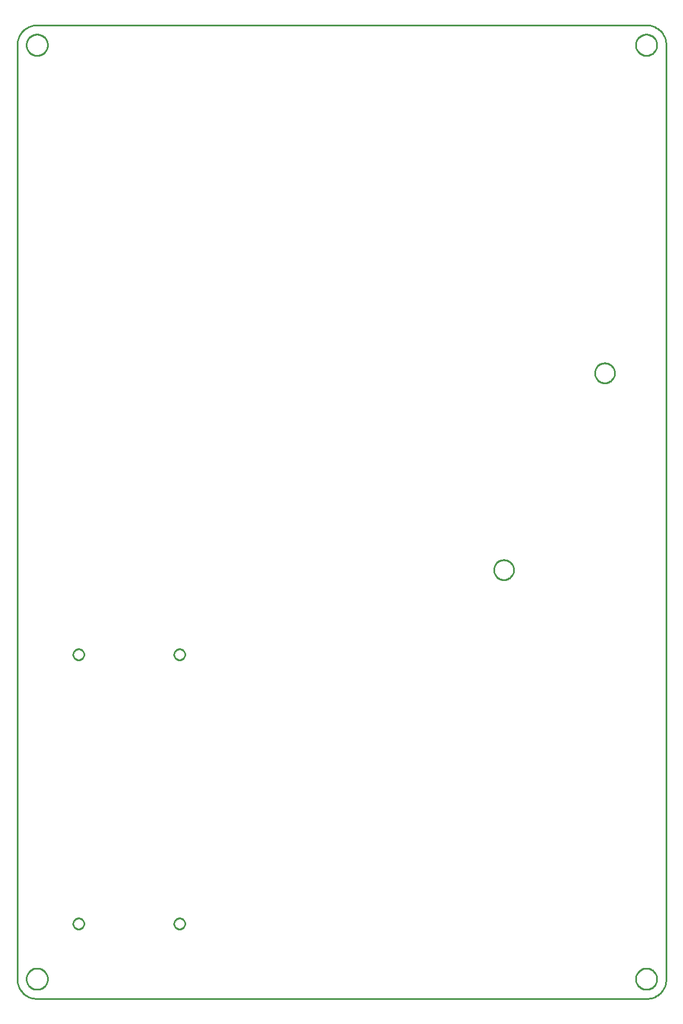
<source format=gbr>
G04 EAGLE Gerber RS-274X export*
G75*
%MOMM*%
%FSLAX34Y34*%
%LPD*%
%IN*%
%IPPOS*%
%AMOC8*
5,1,8,0,0,1.08239X$1,22.5*%
G01*
%ADD10C,0.254000*%


D10*
X0Y30000D02*
X114Y27385D01*
X456Y24791D01*
X1022Y22235D01*
X1809Y19739D01*
X2811Y17321D01*
X4019Y15000D01*
X5425Y12793D01*
X7019Y10716D01*
X8787Y8787D01*
X10716Y7019D01*
X12793Y5425D01*
X15000Y4019D01*
X17321Y2811D01*
X19739Y1809D01*
X22235Y1022D01*
X24791Y456D01*
X27385Y114D01*
X30000Y0D01*
X950000Y0D01*
X952615Y114D01*
X955209Y456D01*
X957765Y1022D01*
X960261Y1809D01*
X962679Y2811D01*
X965000Y4019D01*
X967207Y5425D01*
X969284Y7019D01*
X971213Y8787D01*
X972981Y10716D01*
X974575Y12793D01*
X975981Y15000D01*
X977189Y17321D01*
X978191Y19739D01*
X978978Y22235D01*
X979544Y24791D01*
X979886Y27385D01*
X980000Y30000D01*
X980000Y1440000D01*
X979886Y1442615D01*
X979544Y1445209D01*
X978978Y1447765D01*
X978191Y1450261D01*
X977189Y1452679D01*
X975981Y1455000D01*
X974575Y1457207D01*
X972981Y1459284D01*
X971213Y1461213D01*
X969284Y1462981D01*
X967207Y1464575D01*
X965000Y1465981D01*
X962679Y1467189D01*
X960261Y1468191D01*
X957765Y1468978D01*
X955209Y1469544D01*
X952615Y1469886D01*
X950000Y1470000D01*
X30000Y1470000D01*
X27385Y1469886D01*
X24791Y1469544D01*
X22235Y1468978D01*
X19739Y1468191D01*
X17321Y1467189D01*
X15000Y1465981D01*
X12793Y1464575D01*
X10716Y1462981D01*
X8787Y1461213D01*
X7019Y1459284D01*
X5425Y1457207D01*
X4019Y1455000D01*
X2811Y1452679D01*
X1809Y1450261D01*
X1022Y1447765D01*
X456Y1445209D01*
X114Y1442615D01*
X0Y1440000D01*
X0Y30000D01*
X966000Y1439476D02*
X965932Y1438431D01*
X965795Y1437392D01*
X965590Y1436365D01*
X965319Y1435353D01*
X964983Y1434361D01*
X964582Y1433393D01*
X964118Y1432454D01*
X963595Y1431546D01*
X963013Y1430675D01*
X962375Y1429844D01*
X961684Y1429057D01*
X960943Y1428316D01*
X960156Y1427625D01*
X959325Y1426988D01*
X958454Y1426406D01*
X957546Y1425882D01*
X956607Y1425418D01*
X955639Y1425017D01*
X954647Y1424681D01*
X953635Y1424410D01*
X952608Y1424205D01*
X951569Y1424069D01*
X950524Y1424000D01*
X949476Y1424000D01*
X948431Y1424069D01*
X947392Y1424205D01*
X946365Y1424410D01*
X945353Y1424681D01*
X944361Y1425017D01*
X943393Y1425418D01*
X942454Y1425882D01*
X941546Y1426406D01*
X940675Y1426988D01*
X939844Y1427625D01*
X939057Y1428316D01*
X938316Y1429057D01*
X937625Y1429844D01*
X936988Y1430675D01*
X936406Y1431546D01*
X935882Y1432454D01*
X935418Y1433393D01*
X935017Y1434361D01*
X934681Y1435353D01*
X934410Y1436365D01*
X934205Y1437392D01*
X934069Y1438431D01*
X934000Y1439476D01*
X934000Y1440524D01*
X934069Y1441569D01*
X934205Y1442608D01*
X934410Y1443635D01*
X934681Y1444647D01*
X935017Y1445639D01*
X935418Y1446607D01*
X935882Y1447546D01*
X936406Y1448454D01*
X936988Y1449325D01*
X937625Y1450156D01*
X938316Y1450943D01*
X939057Y1451684D01*
X939844Y1452375D01*
X940675Y1453013D01*
X941546Y1453595D01*
X942454Y1454118D01*
X943393Y1454582D01*
X944361Y1454983D01*
X945353Y1455319D01*
X946365Y1455590D01*
X947392Y1455795D01*
X948431Y1455932D01*
X949476Y1456000D01*
X950524Y1456000D01*
X951569Y1455932D01*
X952608Y1455795D01*
X953635Y1455590D01*
X954647Y1455319D01*
X955639Y1454983D01*
X956607Y1454582D01*
X957546Y1454118D01*
X958454Y1453595D01*
X959325Y1453013D01*
X960156Y1452375D01*
X960943Y1451684D01*
X961684Y1450943D01*
X962375Y1450156D01*
X963013Y1449325D01*
X963595Y1448454D01*
X964118Y1447546D01*
X964582Y1446607D01*
X964983Y1445639D01*
X965319Y1444647D01*
X965590Y1443635D01*
X965795Y1442608D01*
X965932Y1441569D01*
X966000Y1440524D01*
X966000Y1439476D01*
X966000Y29476D02*
X965932Y28431D01*
X965795Y27392D01*
X965590Y26365D01*
X965319Y25353D01*
X964983Y24361D01*
X964582Y23393D01*
X964118Y22454D01*
X963595Y21546D01*
X963013Y20675D01*
X962375Y19844D01*
X961684Y19057D01*
X960943Y18316D01*
X960156Y17625D01*
X959325Y16988D01*
X958454Y16406D01*
X957546Y15882D01*
X956607Y15418D01*
X955639Y15017D01*
X954647Y14681D01*
X953635Y14410D01*
X952608Y14205D01*
X951569Y14069D01*
X950524Y14000D01*
X949476Y14000D01*
X948431Y14069D01*
X947392Y14205D01*
X946365Y14410D01*
X945353Y14681D01*
X944361Y15017D01*
X943393Y15418D01*
X942454Y15882D01*
X941546Y16406D01*
X940675Y16988D01*
X939844Y17625D01*
X939057Y18316D01*
X938316Y19057D01*
X937625Y19844D01*
X936988Y20675D01*
X936406Y21546D01*
X935882Y22454D01*
X935418Y23393D01*
X935017Y24361D01*
X934681Y25353D01*
X934410Y26365D01*
X934205Y27392D01*
X934069Y28431D01*
X934000Y29476D01*
X934000Y30524D01*
X934069Y31569D01*
X934205Y32608D01*
X934410Y33635D01*
X934681Y34647D01*
X935017Y35639D01*
X935418Y36607D01*
X935882Y37546D01*
X936406Y38454D01*
X936988Y39325D01*
X937625Y40156D01*
X938316Y40943D01*
X939057Y41684D01*
X939844Y42375D01*
X940675Y43013D01*
X941546Y43595D01*
X942454Y44118D01*
X943393Y44582D01*
X944361Y44983D01*
X945353Y45319D01*
X946365Y45590D01*
X947392Y45795D01*
X948431Y45932D01*
X949476Y46000D01*
X950524Y46000D01*
X951569Y45932D01*
X952608Y45795D01*
X953635Y45590D01*
X954647Y45319D01*
X955639Y44983D01*
X956607Y44582D01*
X957546Y44118D01*
X958454Y43595D01*
X959325Y43013D01*
X960156Y42375D01*
X960943Y41684D01*
X961684Y40943D01*
X962375Y40156D01*
X963013Y39325D01*
X963595Y38454D01*
X964118Y37546D01*
X964582Y36607D01*
X964983Y35639D01*
X965319Y34647D01*
X965590Y33635D01*
X965795Y32608D01*
X965932Y31569D01*
X966000Y30524D01*
X966000Y29476D01*
X46000Y29476D02*
X45932Y28431D01*
X45795Y27392D01*
X45590Y26365D01*
X45319Y25353D01*
X44983Y24361D01*
X44582Y23393D01*
X44118Y22454D01*
X43595Y21546D01*
X43013Y20675D01*
X42375Y19844D01*
X41684Y19057D01*
X40943Y18316D01*
X40156Y17625D01*
X39325Y16988D01*
X38454Y16406D01*
X37546Y15882D01*
X36607Y15418D01*
X35639Y15017D01*
X34647Y14681D01*
X33635Y14410D01*
X32608Y14205D01*
X31569Y14069D01*
X30524Y14000D01*
X29476Y14000D01*
X28431Y14069D01*
X27392Y14205D01*
X26365Y14410D01*
X25353Y14681D01*
X24361Y15017D01*
X23393Y15418D01*
X22454Y15882D01*
X21546Y16406D01*
X20675Y16988D01*
X19844Y17625D01*
X19057Y18316D01*
X18316Y19057D01*
X17625Y19844D01*
X16988Y20675D01*
X16406Y21546D01*
X15882Y22454D01*
X15418Y23393D01*
X15017Y24361D01*
X14681Y25353D01*
X14410Y26365D01*
X14205Y27392D01*
X14069Y28431D01*
X14000Y29476D01*
X14000Y30524D01*
X14069Y31569D01*
X14205Y32608D01*
X14410Y33635D01*
X14681Y34647D01*
X15017Y35639D01*
X15418Y36607D01*
X15882Y37546D01*
X16406Y38454D01*
X16988Y39325D01*
X17625Y40156D01*
X18316Y40943D01*
X19057Y41684D01*
X19844Y42375D01*
X20675Y43013D01*
X21546Y43595D01*
X22454Y44118D01*
X23393Y44582D01*
X24361Y44983D01*
X25353Y45319D01*
X26365Y45590D01*
X27392Y45795D01*
X28431Y45932D01*
X29476Y46000D01*
X30524Y46000D01*
X31569Y45932D01*
X32608Y45795D01*
X33635Y45590D01*
X34647Y45319D01*
X35639Y44983D01*
X36607Y44582D01*
X37546Y44118D01*
X38454Y43595D01*
X39325Y43013D01*
X40156Y42375D01*
X40943Y41684D01*
X41684Y40943D01*
X42375Y40156D01*
X43013Y39325D01*
X43595Y38454D01*
X44118Y37546D01*
X44582Y36607D01*
X44983Y35639D01*
X45319Y34647D01*
X45590Y33635D01*
X45795Y32608D01*
X45932Y31569D01*
X46000Y30524D01*
X46000Y29476D01*
X46000Y1439476D02*
X45932Y1438431D01*
X45795Y1437392D01*
X45590Y1436365D01*
X45319Y1435353D01*
X44983Y1434361D01*
X44582Y1433393D01*
X44118Y1432454D01*
X43595Y1431546D01*
X43013Y1430675D01*
X42375Y1429844D01*
X41684Y1429057D01*
X40943Y1428316D01*
X40156Y1427625D01*
X39325Y1426988D01*
X38454Y1426406D01*
X37546Y1425882D01*
X36607Y1425418D01*
X35639Y1425017D01*
X34647Y1424681D01*
X33635Y1424410D01*
X32608Y1424205D01*
X31569Y1424069D01*
X30524Y1424000D01*
X29476Y1424000D01*
X28431Y1424069D01*
X27392Y1424205D01*
X26365Y1424410D01*
X25353Y1424681D01*
X24361Y1425017D01*
X23393Y1425418D01*
X22454Y1425882D01*
X21546Y1426406D01*
X20675Y1426988D01*
X19844Y1427625D01*
X19057Y1428316D01*
X18316Y1429057D01*
X17625Y1429844D01*
X16988Y1430675D01*
X16406Y1431546D01*
X15882Y1432454D01*
X15418Y1433393D01*
X15017Y1434361D01*
X14681Y1435353D01*
X14410Y1436365D01*
X14205Y1437392D01*
X14069Y1438431D01*
X14000Y1439476D01*
X14000Y1440524D01*
X14069Y1441569D01*
X14205Y1442608D01*
X14410Y1443635D01*
X14681Y1444647D01*
X15017Y1445639D01*
X15418Y1446607D01*
X15882Y1447546D01*
X16406Y1448454D01*
X16988Y1449325D01*
X17625Y1450156D01*
X18316Y1450943D01*
X19057Y1451684D01*
X19844Y1452375D01*
X20675Y1453013D01*
X21546Y1453595D01*
X22454Y1454118D01*
X23393Y1454582D01*
X24361Y1454983D01*
X25353Y1455319D01*
X26365Y1455590D01*
X27392Y1455795D01*
X28431Y1455932D01*
X29476Y1456000D01*
X30524Y1456000D01*
X31569Y1455932D01*
X32608Y1455795D01*
X33635Y1455590D01*
X34647Y1455319D01*
X35639Y1454983D01*
X36607Y1454582D01*
X37546Y1454118D01*
X38454Y1453595D01*
X39325Y1453013D01*
X40156Y1452375D01*
X40943Y1451684D01*
X41684Y1450943D01*
X42375Y1450156D01*
X43013Y1449325D01*
X43595Y1448454D01*
X44118Y1447546D01*
X44582Y1446607D01*
X44983Y1445639D01*
X45319Y1444647D01*
X45590Y1443635D01*
X45795Y1442608D01*
X45932Y1441569D01*
X46000Y1440524D01*
X46000Y1439476D01*
X886664Y929780D02*
X885596Y929856D01*
X884535Y930009D01*
X883488Y930237D01*
X882460Y930539D01*
X881456Y930913D01*
X880481Y931358D01*
X879541Y931872D01*
X878640Y932451D01*
X877782Y933093D01*
X876972Y933795D01*
X876215Y934552D01*
X875513Y935362D01*
X874871Y936220D01*
X874292Y937121D01*
X873778Y938061D01*
X873333Y939036D01*
X872959Y940040D01*
X872657Y941068D01*
X872429Y942115D01*
X872276Y943176D01*
X872200Y944244D01*
X872200Y945316D01*
X872276Y946384D01*
X872429Y947445D01*
X872657Y948492D01*
X872959Y949520D01*
X873333Y950524D01*
X873778Y951499D01*
X874292Y952439D01*
X874871Y953340D01*
X875513Y954198D01*
X876215Y955008D01*
X876972Y955765D01*
X877782Y956467D01*
X878640Y957109D01*
X879541Y957688D01*
X880481Y958202D01*
X881456Y958647D01*
X882460Y959021D01*
X883488Y959323D01*
X884535Y959551D01*
X885596Y959704D01*
X886664Y959780D01*
X887736Y959780D01*
X888804Y959704D01*
X889865Y959551D01*
X890912Y959323D01*
X891940Y959021D01*
X892944Y958647D01*
X893919Y958202D01*
X894859Y957688D01*
X895760Y957109D01*
X896618Y956467D01*
X897428Y955765D01*
X898185Y955008D01*
X898887Y954198D01*
X899529Y953340D01*
X900108Y952439D01*
X900622Y951499D01*
X901067Y950524D01*
X901441Y949520D01*
X901743Y948492D01*
X901971Y947445D01*
X902124Y946384D01*
X902200Y945316D01*
X902200Y944244D01*
X902124Y943176D01*
X901971Y942115D01*
X901743Y941068D01*
X901441Y940040D01*
X901067Y939036D01*
X900622Y938061D01*
X900108Y937121D01*
X899529Y936220D01*
X898887Y935362D01*
X898185Y934552D01*
X897428Y933795D01*
X896618Y933093D01*
X895760Y932451D01*
X894859Y931872D01*
X893919Y931358D01*
X892944Y930913D01*
X891940Y930539D01*
X890912Y930237D01*
X889865Y930009D01*
X888804Y929856D01*
X887736Y929780D01*
X886664Y929780D01*
X734264Y632600D02*
X733196Y632676D01*
X732135Y632829D01*
X731088Y633057D01*
X730060Y633359D01*
X729056Y633733D01*
X728081Y634178D01*
X727141Y634692D01*
X726240Y635271D01*
X725382Y635913D01*
X724572Y636615D01*
X723815Y637372D01*
X723113Y638182D01*
X722471Y639040D01*
X721892Y639941D01*
X721378Y640881D01*
X720933Y641856D01*
X720559Y642860D01*
X720257Y643888D01*
X720029Y644935D01*
X719876Y645996D01*
X719800Y647064D01*
X719800Y648136D01*
X719876Y649204D01*
X720029Y650265D01*
X720257Y651312D01*
X720559Y652340D01*
X720933Y653344D01*
X721378Y654319D01*
X721892Y655259D01*
X722471Y656160D01*
X723113Y657018D01*
X723815Y657828D01*
X724572Y658585D01*
X725382Y659287D01*
X726240Y659929D01*
X727141Y660508D01*
X728081Y661022D01*
X729056Y661467D01*
X730060Y661841D01*
X731088Y662143D01*
X732135Y662371D01*
X733196Y662524D01*
X734264Y662600D01*
X735336Y662600D01*
X736404Y662524D01*
X737465Y662371D01*
X738512Y662143D01*
X739540Y661841D01*
X740544Y661467D01*
X741519Y661022D01*
X742459Y660508D01*
X743360Y659929D01*
X744218Y659287D01*
X745028Y658585D01*
X745785Y657828D01*
X746487Y657018D01*
X747129Y656160D01*
X747708Y655259D01*
X748222Y654319D01*
X748667Y653344D01*
X749041Y652340D01*
X749343Y651312D01*
X749571Y650265D01*
X749724Y649204D01*
X749800Y648136D01*
X749800Y647064D01*
X749724Y645996D01*
X749571Y644935D01*
X749343Y643888D01*
X749041Y642860D01*
X748667Y641856D01*
X748222Y640881D01*
X747708Y639941D01*
X747129Y639040D01*
X746487Y638182D01*
X745785Y637372D01*
X745028Y636615D01*
X744218Y635913D01*
X743360Y635271D01*
X742459Y634692D01*
X741519Y634178D01*
X740544Y633733D01*
X739540Y633359D01*
X738512Y633057D01*
X737465Y632829D01*
X736404Y632676D01*
X735336Y632600D01*
X734264Y632600D01*
X93206Y121655D02*
X94013Y121576D01*
X94808Y121417D01*
X95584Y121182D01*
X96334Y120871D01*
X97049Y120489D01*
X97723Y120038D01*
X98350Y119524D01*
X98924Y118950D01*
X99438Y118323D01*
X99889Y117649D01*
X100271Y116934D01*
X100582Y116184D01*
X100817Y115408D01*
X100976Y114613D01*
X101055Y113806D01*
X101055Y112994D01*
X100976Y112187D01*
X100817Y111392D01*
X100582Y110616D01*
X100271Y109866D01*
X99889Y109151D01*
X99438Y108477D01*
X98924Y107850D01*
X98350Y107276D01*
X97723Y106762D01*
X97049Y106311D01*
X96334Y105929D01*
X95584Y105618D01*
X94808Y105383D01*
X94013Y105225D01*
X93206Y105145D01*
X92394Y105145D01*
X91587Y105225D01*
X90792Y105383D01*
X90016Y105618D01*
X89266Y105929D01*
X88551Y106311D01*
X87877Y106762D01*
X87250Y107276D01*
X86676Y107850D01*
X86162Y108477D01*
X85711Y109151D01*
X85329Y109866D01*
X85018Y110616D01*
X84783Y111392D01*
X84625Y112187D01*
X84545Y112994D01*
X84545Y113806D01*
X84625Y114613D01*
X84783Y115408D01*
X85018Y116184D01*
X85329Y116934D01*
X85711Y117649D01*
X86162Y118323D01*
X86676Y118950D01*
X87250Y119524D01*
X87877Y120038D01*
X88551Y120489D01*
X89266Y120871D01*
X90016Y121182D01*
X90792Y121417D01*
X91587Y121576D01*
X92394Y121655D01*
X93206Y121655D01*
X245606Y121655D02*
X246413Y121576D01*
X247208Y121417D01*
X247984Y121182D01*
X248734Y120871D01*
X249449Y120489D01*
X250123Y120038D01*
X250750Y119524D01*
X251324Y118950D01*
X251838Y118323D01*
X252289Y117649D01*
X252671Y116934D01*
X252982Y116184D01*
X253217Y115408D01*
X253376Y114613D01*
X253455Y113806D01*
X253455Y112994D01*
X253376Y112187D01*
X253217Y111392D01*
X252982Y110616D01*
X252671Y109866D01*
X252289Y109151D01*
X251838Y108477D01*
X251324Y107850D01*
X250750Y107276D01*
X250123Y106762D01*
X249449Y106311D01*
X248734Y105929D01*
X247984Y105618D01*
X247208Y105383D01*
X246413Y105225D01*
X245606Y105145D01*
X244794Y105145D01*
X243987Y105225D01*
X243192Y105383D01*
X242416Y105618D01*
X241666Y105929D01*
X240951Y106311D01*
X240277Y106762D01*
X239650Y107276D01*
X239076Y107850D01*
X238562Y108477D01*
X238111Y109151D01*
X237729Y109866D01*
X237418Y110616D01*
X237183Y111392D01*
X237025Y112187D01*
X236945Y112994D01*
X236945Y113806D01*
X237025Y114613D01*
X237183Y115408D01*
X237418Y116184D01*
X237729Y116934D01*
X238111Y117649D01*
X238562Y118323D01*
X239076Y118950D01*
X239650Y119524D01*
X240277Y120038D01*
X240951Y120489D01*
X241666Y120871D01*
X242416Y121182D01*
X243192Y121417D01*
X243987Y121576D01*
X244794Y121655D01*
X245606Y121655D01*
X245606Y528055D02*
X246413Y527976D01*
X247208Y527817D01*
X247984Y527582D01*
X248734Y527271D01*
X249449Y526889D01*
X250123Y526438D01*
X250750Y525924D01*
X251324Y525350D01*
X251838Y524723D01*
X252289Y524049D01*
X252671Y523334D01*
X252982Y522584D01*
X253217Y521808D01*
X253376Y521013D01*
X253455Y520206D01*
X253455Y519394D01*
X253376Y518587D01*
X253217Y517792D01*
X252982Y517016D01*
X252671Y516266D01*
X252289Y515551D01*
X251838Y514877D01*
X251324Y514250D01*
X250750Y513676D01*
X250123Y513162D01*
X249449Y512711D01*
X248734Y512329D01*
X247984Y512018D01*
X247208Y511783D01*
X246413Y511625D01*
X245606Y511545D01*
X244794Y511545D01*
X243987Y511625D01*
X243192Y511783D01*
X242416Y512018D01*
X241666Y512329D01*
X240951Y512711D01*
X240277Y513162D01*
X239650Y513676D01*
X239076Y514250D01*
X238562Y514877D01*
X238111Y515551D01*
X237729Y516266D01*
X237418Y517016D01*
X237183Y517792D01*
X237025Y518587D01*
X236945Y519394D01*
X236945Y520206D01*
X237025Y521013D01*
X237183Y521808D01*
X237418Y522584D01*
X237729Y523334D01*
X238111Y524049D01*
X238562Y524723D01*
X239076Y525350D01*
X239650Y525924D01*
X240277Y526438D01*
X240951Y526889D01*
X241666Y527271D01*
X242416Y527582D01*
X243192Y527817D01*
X243987Y527976D01*
X244794Y528055D01*
X245606Y528055D01*
X93206Y528055D02*
X94013Y527976D01*
X94808Y527817D01*
X95584Y527582D01*
X96334Y527271D01*
X97049Y526889D01*
X97723Y526438D01*
X98350Y525924D01*
X98924Y525350D01*
X99438Y524723D01*
X99889Y524049D01*
X100271Y523334D01*
X100582Y522584D01*
X100817Y521808D01*
X100976Y521013D01*
X101055Y520206D01*
X101055Y519394D01*
X100976Y518587D01*
X100817Y517792D01*
X100582Y517016D01*
X100271Y516266D01*
X99889Y515551D01*
X99438Y514877D01*
X98924Y514250D01*
X98350Y513676D01*
X97723Y513162D01*
X97049Y512711D01*
X96334Y512329D01*
X95584Y512018D01*
X94808Y511783D01*
X94013Y511625D01*
X93206Y511545D01*
X92394Y511545D01*
X91587Y511625D01*
X90792Y511783D01*
X90016Y512018D01*
X89266Y512329D01*
X88551Y512711D01*
X87877Y513162D01*
X87250Y513676D01*
X86676Y514250D01*
X86162Y514877D01*
X85711Y515551D01*
X85329Y516266D01*
X85018Y517016D01*
X84783Y517792D01*
X84625Y518587D01*
X84545Y519394D01*
X84545Y520206D01*
X84625Y521013D01*
X84783Y521808D01*
X85018Y522584D01*
X85329Y523334D01*
X85711Y524049D01*
X86162Y524723D01*
X86676Y525350D01*
X87250Y525924D01*
X87877Y526438D01*
X88551Y526889D01*
X89266Y527271D01*
X90016Y527582D01*
X90792Y527817D01*
X91587Y527976D01*
X92394Y528055D01*
X93206Y528055D01*
M02*

</source>
